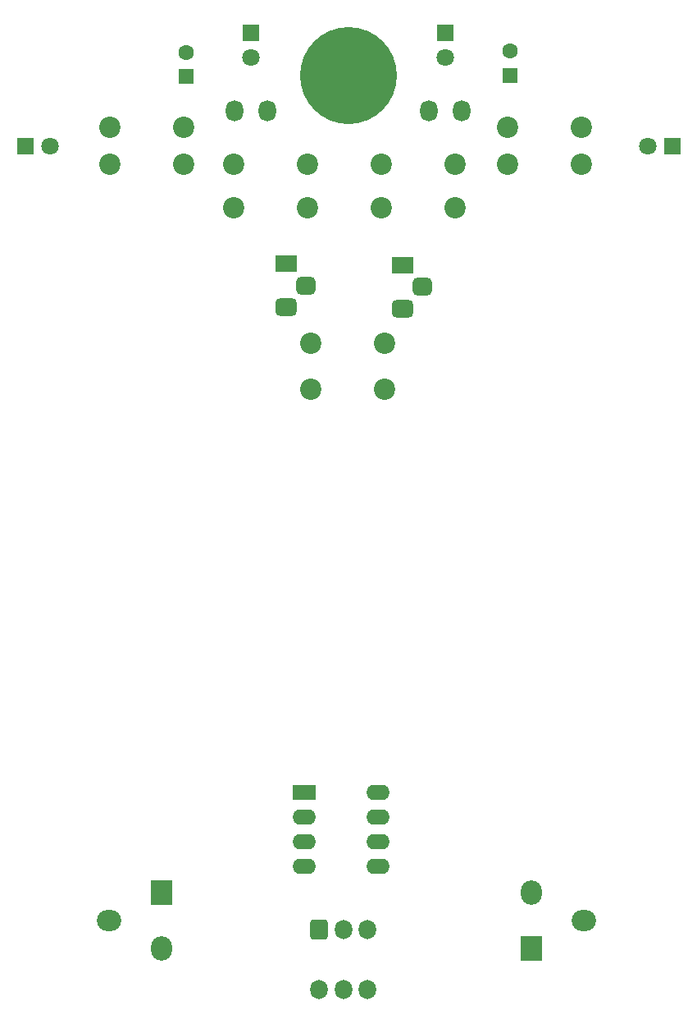
<source format=gbr>
%TF.GenerationSoftware,KiCad,Pcbnew,8.0.2*%
%TF.CreationDate,2024-05-30T02:19:43-04:00*%
%TF.ProjectId,Line-following-learn-to-solder-kit,4c696e65-2d66-46f6-9c6c-6f77696e672d,0*%
%TF.SameCoordinates,Original*%
%TF.FileFunction,Copper,L1,Top*%
%TF.FilePolarity,Positive*%
%FSLAX46Y46*%
G04 Gerber Fmt 4.6, Leading zero omitted, Abs format (unit mm)*
G04 Created by KiCad (PCBNEW 8.0.2) date 2024-05-30 02:19:43*
%MOMM*%
%LPD*%
G01*
G04 APERTURE LIST*
G04 Aperture macros list*
%AMRoundRect*
0 Rectangle with rounded corners*
0 $1 Rounding radius*
0 $2 $3 $4 $5 $6 $7 $8 $9 X,Y pos of 4 corners*
0 Add a 4 corners polygon primitive as box body*
4,1,4,$2,$3,$4,$5,$6,$7,$8,$9,$2,$3,0*
0 Add four circle primitives for the rounded corners*
1,1,$1+$1,$2,$3*
1,1,$1+$1,$4,$5*
1,1,$1+$1,$6,$7*
1,1,$1+$1,$8,$9*
0 Add four rect primitives between the rounded corners*
20,1,$1+$1,$2,$3,$4,$5,0*
20,1,$1+$1,$4,$5,$6,$7,0*
20,1,$1+$1,$6,$7,$8,$9,0*
20,1,$1+$1,$8,$9,$2,$3,0*%
G04 Aperture macros list end*
%TA.AperFunction,ConnectorPad*%
%ADD10C,10.000000*%
%TD*%
%TA.AperFunction,ComponentPad*%
%ADD11C,5.400000*%
%TD*%
%TA.AperFunction,ComponentPad*%
%ADD12O,1.800000X2.200000*%
%TD*%
%TA.AperFunction,ComponentPad*%
%ADD13R,2.400000X1.600000*%
%TD*%
%TA.AperFunction,ComponentPad*%
%ADD14O,2.400000X1.600000*%
%TD*%
%TA.AperFunction,ComponentPad*%
%ADD15C,2.200000*%
%TD*%
%TA.AperFunction,ComponentPad*%
%ADD16R,2.200000X1.800000*%
%TD*%
%TA.AperFunction,ComponentPad*%
%ADD17RoundRect,0.450000X-0.550000X0.450000X-0.550000X-0.450000X0.550000X-0.450000X0.550000X0.450000X0*%
%TD*%
%TA.AperFunction,ComponentPad*%
%ADD18RoundRect,0.450000X-0.650000X0.450000X-0.650000X-0.450000X0.650000X-0.450000X0.650000X0.450000X0*%
%TD*%
%TA.AperFunction,ComponentPad*%
%ADD19R,1.800000X1.800000*%
%TD*%
%TA.AperFunction,ComponentPad*%
%ADD20C,1.800000*%
%TD*%
%TA.AperFunction,ComponentPad*%
%ADD21RoundRect,0.225000X-0.675000X-0.775000X0.675000X-0.775000X0.675000X0.775000X-0.675000X0.775000X0*%
%TD*%
%TA.AperFunction,ComponentPad*%
%ADD22O,1.800000X2.000000*%
%TD*%
%TA.AperFunction,ComponentPad*%
%ADD23R,2.200000X2.500000*%
%TD*%
%TA.AperFunction,ComponentPad*%
%ADD24O,2.500000X2.200000*%
%TD*%
%TA.AperFunction,ComponentPad*%
%ADD25O,2.200000X2.500000*%
%TD*%
%TA.AperFunction,ComponentPad*%
%ADD26R,1.600000X1.600000*%
%TD*%
%TA.AperFunction,ComponentPad*%
%ADD27C,1.600000*%
%TD*%
G04 APERTURE END LIST*
D10*
%TO.P,H1,1*%
%TO.N,N/C*%
X90820000Y-64140000D03*
D11*
X90820000Y-64140000D03*
%TD*%
D12*
%TO.P,R14,1*%
%TO.N,Net-(R14-Pad1)*%
X79112287Y-67735210D03*
%TO.P,R14,2*%
%TO.N,Net-(D1-K)*%
X82512287Y-67735210D03*
%TD*%
%TO.P,R13,1*%
%TO.N,Net-(R13-Pad1)*%
X102562287Y-67735210D03*
%TO.P,R13,2*%
%TO.N,Net-(D1-K)*%
X99162287Y-67735210D03*
%TD*%
D13*
%TO.P,U1,1*%
%TO.N,Net-(R9-Pad2)*%
X86312287Y-137985210D03*
D14*
%TO.P,U1,2,-*%
%TO.N,Net-(U1A--)*%
X86312287Y-140525210D03*
%TO.P,U1,3,+*%
%TO.N,Net-(U1A-+)*%
X86312287Y-143065210D03*
%TO.P,U1,4,V-*%
%TO.N,Net-(D1-K)*%
X86312287Y-145605210D03*
%TO.P,U1,5,+*%
%TO.N,Net-(U1A--)*%
X93932287Y-145605210D03*
%TO.P,U1,6,-*%
%TO.N,Net-(U1A-+)*%
X93932287Y-143065210D03*
%TO.P,U1,7*%
%TO.N,Net-(R10-Pad1)*%
X93932287Y-140525210D03*
%TO.P,U1,8,V+*%
%TO.N,Net-(BT1-+)*%
X93932287Y-137985210D03*
%TD*%
D15*
%TO.P,R12,1*%
%TO.N,Net-(M1--)*%
X73812287Y-73235210D03*
%TO.P,R12,2*%
%TO.N,Net-(D2-A)*%
X66192287Y-73235210D03*
%TD*%
D16*
%TO.P,Q1,1,E*%
%TO.N,Net-(BT1-+)*%
X96420000Y-83640000D03*
D17*
%TO.P,Q1,2,B*%
%TO.N,Net-(Q1-B)*%
X98490000Y-85910000D03*
D18*
%TO.P,Q1,3,C*%
%TO.N,Net-(M2--)*%
X96420000Y-88140000D03*
%TD*%
D19*
%TO.P,D2,1,K*%
%TO.N,Net-(D1-K)*%
X57487287Y-71385210D03*
D20*
%TO.P,D2,2,A*%
%TO.N,Net-(D2-A)*%
X60027287Y-71385210D03*
%TD*%
D21*
%TO.P,SW1,1,A*%
%TO.N,unconnected-(SW1-A-Pad1)*%
X87812287Y-152185210D03*
D22*
%TO.P,SW1,2,B*%
%TO.N,Net-(D1-K)*%
X90312287Y-152185210D03*
%TO.P,SW1,3,C*%
%TO.N,Net-(BT1--)*%
X92812287Y-152185210D03*
%TO.P,SW1,4,A*%
%TO.N,unconnected-(SW1-A-Pad4)*%
X92812287Y-158385210D03*
%TO.P,SW1,5,B*%
%TO.N,unconnected-(SW1-B-Pad5)*%
X90312287Y-158385210D03*
%TO.P,SW1,6,C*%
%TO.N,unconnected-(SW1-C-Pad6)*%
X87812287Y-158385210D03*
%TD*%
D15*
%TO.P,R10,1*%
%TO.N,Net-(R10-Pad1)*%
X94562287Y-96485210D03*
%TO.P,R10,2*%
%TO.N,Net-(Q2-B)*%
X86942287Y-96485210D03*
%TD*%
%TO.P,R11,1*%
%TO.N,Net-(M2--)*%
X107252287Y-73235210D03*
%TO.P,R11,2*%
%TO.N,Net-(D1-A)*%
X114872287Y-73235210D03*
%TD*%
%TO.P,R3,1*%
%TO.N,Net-(Q1-B)*%
X94252287Y-77735210D03*
%TO.P,R3,2*%
%TO.N,Net-(BT1-+)*%
X101872287Y-77735210D03*
%TD*%
D23*
%TO.P,R1,1,1*%
%TO.N,Net-(BT1-+)*%
X109774787Y-154135210D03*
D24*
%TO.P,R1,2,2*%
X115174787Y-151235210D03*
D25*
%TO.P,R1,3,3*%
%TO.N,Net-(U1A-+)*%
X109774787Y-148335210D03*
%TD*%
D18*
%TO.P,Q2,3,C*%
%TO.N,Net-(M1--)*%
X84400000Y-87985210D03*
D17*
%TO.P,Q2,2,B*%
%TO.N,Net-(Q2-B)*%
X86470000Y-85755210D03*
D16*
%TO.P,Q2,1,E*%
%TO.N,Net-(BT1-+)*%
X84400000Y-83485210D03*
%TD*%
D15*
%TO.P,R9,1*%
%TO.N,Net-(Q1-B)*%
X94562287Y-91735210D03*
%TO.P,R9,2*%
%TO.N,Net-(R9-Pad2)*%
X86942287Y-91735210D03*
%TD*%
%TO.P,R4,1*%
%TO.N,Net-(BT1-+)*%
X79002287Y-77735210D03*
%TO.P,R4,2*%
%TO.N,Net-(Q2-B)*%
X86622287Y-77735210D03*
%TD*%
D23*
%TO.P,R2,1,1*%
%TO.N,Net-(U1A--)*%
X71562287Y-148335210D03*
D24*
%TO.P,R2,2,2*%
%TO.N,Net-(BT1-+)*%
X66162287Y-151235210D03*
D25*
%TO.P,R2,3,3*%
X71562287Y-154135210D03*
%TD*%
D26*
%TO.P,C2,1*%
%TO.N,Net-(D5-A)*%
X74080000Y-64230000D03*
D27*
%TO.P,C2,2*%
%TO.N,Net-(D1-K)*%
X74080000Y-61730000D03*
%TD*%
D15*
%TO.P,R8,1*%
%TO.N,Net-(U1A--)*%
X86622287Y-73235210D03*
%TO.P,R8,2*%
%TO.N,Net-(R14-Pad1)*%
X79002287Y-73235210D03*
%TD*%
%TO.P,R5,1*%
%TO.N,Net-(D4-A)*%
X107252287Y-69485210D03*
%TO.P,R5,2*%
%TO.N,Net-(BT1-+)*%
X114872287Y-69485210D03*
%TD*%
D26*
%TO.P,C1,1*%
%TO.N,Net-(D4-A)*%
X107550000Y-64110000D03*
D27*
%TO.P,C1,2*%
%TO.N,Net-(D1-K)*%
X107550000Y-61610000D03*
%TD*%
D19*
%TO.P,D1,1,K*%
%TO.N,Net-(D1-K)*%
X124262287Y-71385210D03*
D20*
%TO.P,D1,2,A*%
%TO.N,Net-(D1-A)*%
X121722287Y-71385210D03*
%TD*%
D15*
%TO.P,R6,1*%
%TO.N,Net-(D5-A)*%
X66192287Y-69485210D03*
%TO.P,R6,2*%
%TO.N,Net-(BT1-+)*%
X73812287Y-69485210D03*
%TD*%
%TO.P,R7,1*%
%TO.N,Net-(U1A-+)*%
X94252287Y-73235210D03*
%TO.P,R7,2*%
%TO.N,Net-(R13-Pad1)*%
X101872287Y-73235210D03*
%TD*%
D20*
%TO.P,D4,2,A*%
%TO.N,Net-(D4-A)*%
X100862287Y-62235210D03*
D19*
%TO.P,D4,1,K*%
%TO.N,Net-(D1-K)*%
X100862287Y-59695210D03*
%TD*%
D20*
%TO.P,D5,2,A*%
%TO.N,Net-(D5-A)*%
X80812287Y-62235210D03*
D19*
%TO.P,D5,1,K*%
%TO.N,Net-(D1-K)*%
X80812287Y-59695210D03*
%TD*%
M02*

</source>
